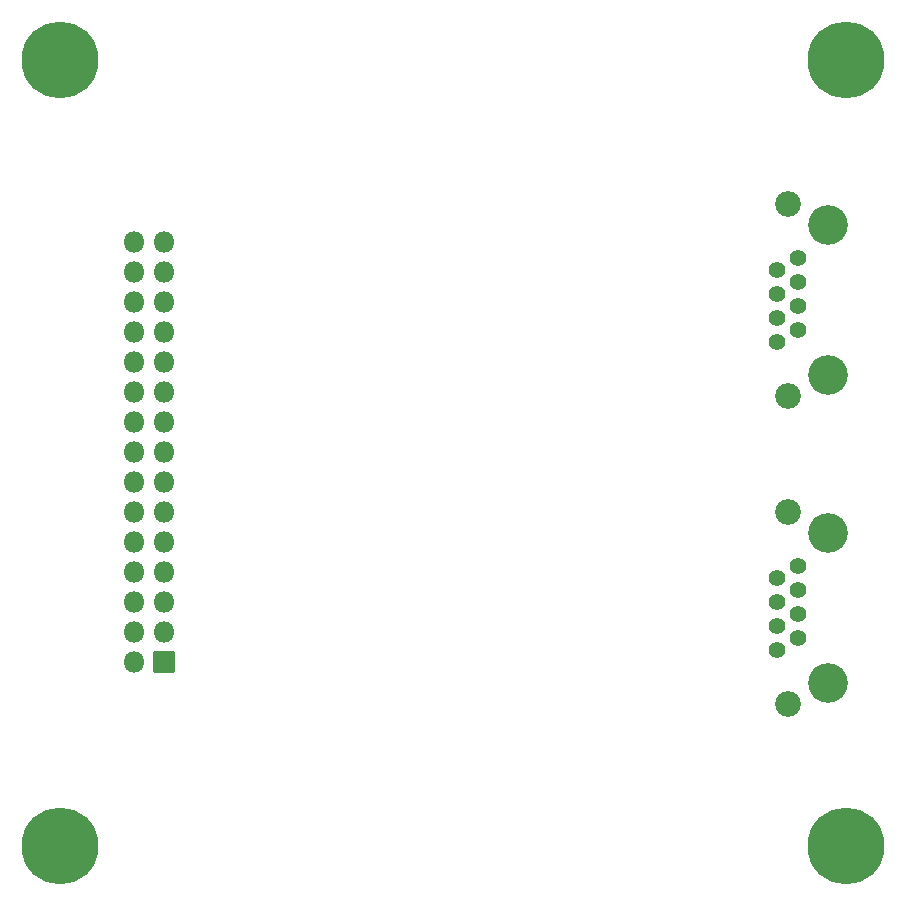
<source format=gbs>
%TF.GenerationSoftware,KiCad,Pcbnew,6.0.0-d3dd2cf0fa~116~ubuntu20.04.1*%
%TF.CreationDate,2022-01-13T14:32:50+07:00*%
%TF.ProjectId,i5ether_mod,69356574-6865-4725-9f6d-6f642e6b6963,v1.0*%
%TF.SameCoordinates,Original*%
%TF.FileFunction,Soldermask,Bot*%
%TF.FilePolarity,Negative*%
%FSLAX46Y46*%
G04 Gerber Fmt 4.6, Leading zero omitted, Abs format (unit mm)*
G04 Created by KiCad (PCBNEW 6.0.0-d3dd2cf0fa~116~ubuntu20.04.1) date 2022-01-13 14:32:50*
%MOMM*%
%LPD*%
G01*
G04 APERTURE LIST*
G04 Aperture macros list*
%AMRoundRect*
0 Rectangle with rounded corners*
0 $1 Rounding radius*
0 $2 $3 $4 $5 $6 $7 $8 $9 X,Y pos of 4 corners*
0 Add a 4 corners polygon primitive as box body*
4,1,4,$2,$3,$4,$5,$6,$7,$8,$9,$2,$3,0*
0 Add four circle primitives for the rounded corners*
1,1,$1+$1,$2,$3*
1,1,$1+$1,$4,$5*
1,1,$1+$1,$6,$7*
1,1,$1+$1,$8,$9*
0 Add four rect primitives between the rounded corners*
20,1,$1+$1,$2,$3,$4,$5,0*
20,1,$1+$1,$4,$5,$6,$7,0*
20,1,$1+$1,$6,$7,$8,$9,0*
20,1,$1+$1,$8,$9,$2,$3,0*%
G04 Aperture macros list end*
%ADD10C,6.501600*%
%ADD11RoundRect,0.050800X0.850000X0.850000X-0.850000X0.850000X-0.850000X-0.850000X0.850000X-0.850000X0*%
%ADD12O,1.801600X1.801600*%
%ADD13C,3.352800*%
%ADD14C,1.398600*%
%ADD15C,2.184400*%
G04 APERTURE END LIST*
D10*
%TO.C,H1*%
X102599998Y-66839998D03*
%TD*%
D11*
%TO.C,J1*%
X111388000Y-117868000D03*
D12*
X108848000Y-117868000D03*
X111388000Y-115328000D03*
X108848000Y-115328000D03*
X111388000Y-112788000D03*
X108848000Y-112788000D03*
X111388000Y-110248000D03*
X108848000Y-110248000D03*
X111388000Y-107708000D03*
X108848000Y-107708000D03*
X111388000Y-105168000D03*
X108848000Y-105168000D03*
X111388000Y-102628000D03*
X108848000Y-102628000D03*
X111388000Y-100088000D03*
X108848000Y-100088000D03*
X111388000Y-97548000D03*
X108848000Y-97548000D03*
X111388000Y-95008000D03*
X108848000Y-95008000D03*
X111388000Y-92468000D03*
X108848000Y-92468000D03*
X111388000Y-89928000D03*
X108848000Y-89928000D03*
X111388000Y-87388000D03*
X108848000Y-87388000D03*
X111388000Y-84848000D03*
X108848000Y-84848000D03*
X111388000Y-82308000D03*
X108848000Y-82308000D03*
%TD*%
D10*
%TO.C,H2*%
X102610006Y-133409995D03*
%TD*%
D13*
%TO.C,J3*%
X167648000Y-106904000D03*
X167648000Y-119604000D03*
D14*
X165108000Y-109698000D03*
X163330000Y-110714000D03*
X165108000Y-111730000D03*
X163330000Y-112746000D03*
X165108000Y-113762000D03*
X163330000Y-114778000D03*
X165108000Y-115794000D03*
X163330000Y-116810000D03*
D15*
X164219000Y-105126000D03*
X164219000Y-121382000D03*
%TD*%
D10*
%TO.C,H4*%
X169139997Y-66850006D03*
%TD*%
%TO.C,H3*%
X169110000Y-133390005D03*
%TD*%
D13*
%TO.C,J2*%
X167648000Y-93544000D03*
X167648000Y-80844000D03*
D14*
X165108000Y-83638000D03*
X163330000Y-84654000D03*
X165108000Y-85670000D03*
X163330000Y-86686000D03*
X165108000Y-87702000D03*
X163330000Y-88718000D03*
X165108000Y-89734000D03*
X163330000Y-90750000D03*
D15*
X164219000Y-79066000D03*
X164219000Y-95322000D03*
%TD*%
M02*

</source>
